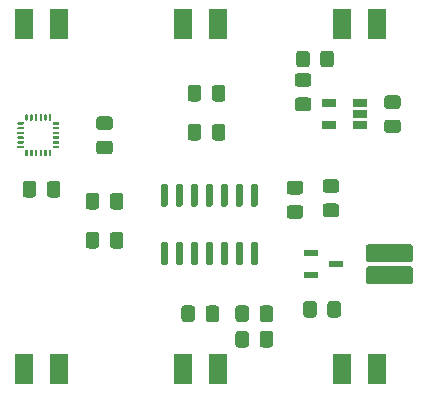
<source format=gbr>
%TF.GenerationSoftware,KiCad,Pcbnew,5.1.6*%
%TF.CreationDate,2020-10-24T08:35:36+02:00*%
%TF.ProjectId,MoCoBiBa_no_charger,4d6f436f-4269-4426-915f-6e6f5f636861,rev?*%
%TF.SameCoordinates,Original*%
%TF.FileFunction,Paste,Top*%
%TF.FilePolarity,Positive*%
%FSLAX46Y46*%
G04 Gerber Fmt 4.6, Leading zero omitted, Abs format (unit mm)*
G04 Created by KiCad (PCBNEW 5.1.6) date 2020-10-24 08:35:36*
%MOMM*%
%LPD*%
G01*
G04 APERTURE LIST*
%ADD10R,1.500000X2.600000*%
%ADD11R,1.300000X0.600000*%
%ADD12R,1.220000X0.650000*%
G04 APERTURE END LIST*
%TO.C,R1*%
G36*
G01*
X53135000Y-60255999D02*
X53135000Y-61156001D01*
G75*
G02*
X52885001Y-61406000I-249999J0D01*
G01*
X52234999Y-61406000D01*
G75*
G02*
X51985000Y-61156001I0J249999D01*
G01*
X51985000Y-60255999D01*
G75*
G02*
X52234999Y-60006000I249999J0D01*
G01*
X52885001Y-60006000D01*
G75*
G02*
X53135000Y-60255999I0J-249999D01*
G01*
G37*
G36*
G01*
X55185000Y-60255999D02*
X55185000Y-61156001D01*
G75*
G02*
X54935001Y-61406000I-249999J0D01*
G01*
X54284999Y-61406000D01*
G75*
G02*
X54035000Y-61156001I0J249999D01*
G01*
X54035000Y-60255999D01*
G75*
G02*
X54284999Y-60006000I249999J0D01*
G01*
X54935001Y-60006000D01*
G75*
G02*
X55185000Y-60255999I0J-249999D01*
G01*
G37*
%TD*%
%TO.C,C1*%
G36*
G01*
X56572999Y-49354000D02*
X57473001Y-49354000D01*
G75*
G02*
X57723000Y-49603999I0J-249999D01*
G01*
X57723000Y-50254001D01*
G75*
G02*
X57473001Y-50504000I-249999J0D01*
G01*
X56572999Y-50504000D01*
G75*
G02*
X56323000Y-50254001I0J249999D01*
G01*
X56323000Y-49603999D01*
G75*
G02*
X56572999Y-49354000I249999J0D01*
G01*
G37*
G36*
G01*
X56572999Y-47304000D02*
X57473001Y-47304000D01*
G75*
G02*
X57723000Y-47553999I0J-249999D01*
G01*
X57723000Y-48204001D01*
G75*
G02*
X57473001Y-48454000I-249999J0D01*
G01*
X56572999Y-48454000D01*
G75*
G02*
X56323000Y-48204001I0J249999D01*
G01*
X56323000Y-47553999D01*
G75*
G02*
X56572999Y-47304000I249999J0D01*
G01*
G37*
%TD*%
%TO.C,C5*%
G36*
G01*
X59165800Y-37432401D02*
X59165800Y-36532399D01*
G75*
G02*
X59415799Y-36282400I249999J0D01*
G01*
X60065801Y-36282400D01*
G75*
G02*
X60315800Y-36532399I0J-249999D01*
G01*
X60315800Y-37432401D01*
G75*
G02*
X60065801Y-37682400I-249999J0D01*
G01*
X59415799Y-37682400D01*
G75*
G02*
X59165800Y-37432401I0J249999D01*
G01*
G37*
G36*
G01*
X57115800Y-37432401D02*
X57115800Y-36532399D01*
G75*
G02*
X57365799Y-36282400I249999J0D01*
G01*
X58015801Y-36282400D01*
G75*
G02*
X58265800Y-36532399I0J-249999D01*
G01*
X58265800Y-37432401D01*
G75*
G02*
X58015801Y-37682400I-249999J0D01*
G01*
X57365799Y-37682400D01*
G75*
G02*
X57115800Y-37432401I0J249999D01*
G01*
G37*
%TD*%
%TO.C,C3*%
G36*
G01*
X36019000Y-48456001D02*
X36019000Y-47555999D01*
G75*
G02*
X36268999Y-47306000I249999J0D01*
G01*
X36919001Y-47306000D01*
G75*
G02*
X37169000Y-47555999I0J-249999D01*
G01*
X37169000Y-48456001D01*
G75*
G02*
X36919001Y-48706000I-249999J0D01*
G01*
X36268999Y-48706000D01*
G75*
G02*
X36019000Y-48456001I0J249999D01*
G01*
G37*
G36*
G01*
X33969000Y-48456001D02*
X33969000Y-47555999D01*
G75*
G02*
X34218999Y-47306000I249999J0D01*
G01*
X34869001Y-47306000D01*
G75*
G02*
X35119000Y-47555999I0J-249999D01*
G01*
X35119000Y-48456001D01*
G75*
G02*
X34869001Y-48706000I-249999J0D01*
G01*
X34218999Y-48706000D01*
G75*
G02*
X33969000Y-48456001I0J249999D01*
G01*
G37*
%TD*%
%TO.C,R12*%
G36*
G01*
X49089000Y-42729999D02*
X49089000Y-43630001D01*
G75*
G02*
X48839001Y-43880000I-249999J0D01*
G01*
X48188999Y-43880000D01*
G75*
G02*
X47939000Y-43630001I0J249999D01*
G01*
X47939000Y-42729999D01*
G75*
G02*
X48188999Y-42480000I249999J0D01*
G01*
X48839001Y-42480000D01*
G75*
G02*
X49089000Y-42729999I0J-249999D01*
G01*
G37*
G36*
G01*
X51139000Y-42729999D02*
X51139000Y-43630001D01*
G75*
G02*
X50889001Y-43880000I-249999J0D01*
G01*
X50238999Y-43880000D01*
G75*
G02*
X49989000Y-43630001I0J249999D01*
G01*
X49989000Y-42729999D01*
G75*
G02*
X50238999Y-42480000I249999J0D01*
G01*
X50889001Y-42480000D01*
G75*
G02*
X51139000Y-42729999I0J-249999D01*
G01*
G37*
%TD*%
%TO.C,R11*%
G36*
G01*
X49089000Y-39427999D02*
X49089000Y-40328001D01*
G75*
G02*
X48839001Y-40578000I-249999J0D01*
G01*
X48188999Y-40578000D01*
G75*
G02*
X47939000Y-40328001I0J249999D01*
G01*
X47939000Y-39427999D01*
G75*
G02*
X48188999Y-39178000I249999J0D01*
G01*
X48839001Y-39178000D01*
G75*
G02*
X49089000Y-39427999I0J-249999D01*
G01*
G37*
G36*
G01*
X51139000Y-39427999D02*
X51139000Y-40328001D01*
G75*
G02*
X50889001Y-40578000I-249999J0D01*
G01*
X50238999Y-40578000D01*
G75*
G02*
X49989000Y-40328001I0J249999D01*
G01*
X49989000Y-39427999D01*
G75*
G02*
X50238999Y-39178000I249999J0D01*
G01*
X50889001Y-39178000D01*
G75*
G02*
X51139000Y-39427999I0J-249999D01*
G01*
G37*
%TD*%
D10*
%TO.C,D6*%
X61008000Y-63246000D03*
X64008000Y-63246000D03*
%TD*%
%TO.C,D5*%
X47522000Y-63246000D03*
X50522000Y-63246000D03*
%TD*%
%TO.C,D1*%
X34084000Y-34036000D03*
X37084000Y-34036000D03*
%TD*%
%TO.C,C4*%
G36*
G01*
X41353000Y-49472001D02*
X41353000Y-48571999D01*
G75*
G02*
X41602999Y-48322000I249999J0D01*
G01*
X42253001Y-48322000D01*
G75*
G02*
X42503000Y-48571999I0J-249999D01*
G01*
X42503000Y-49472001D01*
G75*
G02*
X42253001Y-49722000I-249999J0D01*
G01*
X41602999Y-49722000D01*
G75*
G02*
X41353000Y-49472001I0J249999D01*
G01*
G37*
G36*
G01*
X39303000Y-49472001D02*
X39303000Y-48571999D01*
G75*
G02*
X39552999Y-48322000I249999J0D01*
G01*
X40203001Y-48322000D01*
G75*
G02*
X40453000Y-48571999I0J-249999D01*
G01*
X40453000Y-49472001D01*
G75*
G02*
X40203001Y-49722000I-249999J0D01*
G01*
X39552999Y-49722000D01*
G75*
G02*
X39303000Y-49472001I0J249999D01*
G01*
G37*
%TD*%
%TO.C,C6*%
G36*
G01*
X40443999Y-41843000D02*
X41344001Y-41843000D01*
G75*
G02*
X41594000Y-42092999I0J-249999D01*
G01*
X41594000Y-42743001D01*
G75*
G02*
X41344001Y-42993000I-249999J0D01*
G01*
X40443999Y-42993000D01*
G75*
G02*
X40194000Y-42743001I0J249999D01*
G01*
X40194000Y-42092999D01*
G75*
G02*
X40443999Y-41843000I249999J0D01*
G01*
G37*
G36*
G01*
X40443999Y-43893000D02*
X41344001Y-43893000D01*
G75*
G02*
X41594000Y-44142999I0J-249999D01*
G01*
X41594000Y-44793001D01*
G75*
G02*
X41344001Y-45043000I-249999J0D01*
G01*
X40443999Y-45043000D01*
G75*
G02*
X40194000Y-44793001I0J249999D01*
G01*
X40194000Y-44142999D01*
G75*
G02*
X40443999Y-43893000I249999J0D01*
G01*
G37*
%TD*%
%TO.C,D2*%
X50546000Y-34036000D03*
X47546000Y-34036000D03*
%TD*%
%TO.C,D3*%
X61008000Y-34036000D03*
X64008000Y-34036000D03*
%TD*%
%TO.C,D4*%
X37084000Y-63246000D03*
X34084000Y-63246000D03*
%TD*%
%TO.C,L1*%
G36*
G01*
X58158801Y-41385400D02*
X57258799Y-41385400D01*
G75*
G02*
X57008800Y-41135401I0J249999D01*
G01*
X57008800Y-40485399D01*
G75*
G02*
X57258799Y-40235400I249999J0D01*
G01*
X58158801Y-40235400D01*
G75*
G02*
X58408800Y-40485399I0J-249999D01*
G01*
X58408800Y-41135401D01*
G75*
G02*
X58158801Y-41385400I-249999J0D01*
G01*
G37*
G36*
G01*
X58158801Y-39335400D02*
X57258799Y-39335400D01*
G75*
G02*
X57008800Y-39085401I0J249999D01*
G01*
X57008800Y-38435399D01*
G75*
G02*
X57258799Y-38185400I249999J0D01*
G01*
X58158801Y-38185400D01*
G75*
G02*
X58408800Y-38435399I0J-249999D01*
G01*
X58408800Y-39085401D01*
G75*
G02*
X58158801Y-39335400I-249999J0D01*
G01*
G37*
%TD*%
D11*
%TO.C,Q1*%
X60486000Y-54356000D03*
X58386000Y-55306000D03*
X58386000Y-53406000D03*
%TD*%
%TO.C,R4*%
G36*
G01*
X55185000Y-58096999D02*
X55185000Y-58997001D01*
G75*
G02*
X54935001Y-59247000I-249999J0D01*
G01*
X54284999Y-59247000D01*
G75*
G02*
X54035000Y-58997001I0J249999D01*
G01*
X54035000Y-58096999D01*
G75*
G02*
X54284999Y-57847000I249999J0D01*
G01*
X54935001Y-57847000D01*
G75*
G02*
X55185000Y-58096999I0J-249999D01*
G01*
G37*
G36*
G01*
X53135000Y-58096999D02*
X53135000Y-58997001D01*
G75*
G02*
X52885001Y-59247000I-249999J0D01*
G01*
X52234999Y-59247000D01*
G75*
G02*
X51985000Y-58997001I0J249999D01*
G01*
X51985000Y-58096999D01*
G75*
G02*
X52234999Y-57847000I249999J0D01*
G01*
X52885001Y-57847000D01*
G75*
G02*
X53135000Y-58096999I0J-249999D01*
G01*
G37*
%TD*%
%TO.C,R5*%
G36*
G01*
X50613000Y-58096999D02*
X50613000Y-58997001D01*
G75*
G02*
X50363001Y-59247000I-249999J0D01*
G01*
X49712999Y-59247000D01*
G75*
G02*
X49463000Y-58997001I0J249999D01*
G01*
X49463000Y-58096999D01*
G75*
G02*
X49712999Y-57847000I249999J0D01*
G01*
X50363001Y-57847000D01*
G75*
G02*
X50613000Y-58096999I0J-249999D01*
G01*
G37*
G36*
G01*
X48563000Y-58096999D02*
X48563000Y-58997001D01*
G75*
G02*
X48313001Y-59247000I-249999J0D01*
G01*
X47662999Y-59247000D01*
G75*
G02*
X47413000Y-58997001I0J249999D01*
G01*
X47413000Y-58096999D01*
G75*
G02*
X47662999Y-57847000I249999J0D01*
G01*
X48313001Y-57847000D01*
G75*
G02*
X48563000Y-58096999I0J-249999D01*
G01*
G37*
%TD*%
%TO.C,R7*%
G36*
G01*
X59620999Y-47159000D02*
X60521001Y-47159000D01*
G75*
G02*
X60771000Y-47408999I0J-249999D01*
G01*
X60771000Y-48059001D01*
G75*
G02*
X60521001Y-48309000I-249999J0D01*
G01*
X59620999Y-48309000D01*
G75*
G02*
X59371000Y-48059001I0J249999D01*
G01*
X59371000Y-47408999D01*
G75*
G02*
X59620999Y-47159000I249999J0D01*
G01*
G37*
G36*
G01*
X59620999Y-49209000D02*
X60521001Y-49209000D01*
G75*
G02*
X60771000Y-49458999I0J-249999D01*
G01*
X60771000Y-50109001D01*
G75*
G02*
X60521001Y-50359000I-249999J0D01*
G01*
X59620999Y-50359000D01*
G75*
G02*
X59371000Y-50109001I0J249999D01*
G01*
X59371000Y-49458999D01*
G75*
G02*
X59620999Y-49209000I249999J0D01*
G01*
G37*
%TD*%
%TO.C,R8*%
G36*
G01*
X59768000Y-58616001D02*
X59768000Y-57715999D01*
G75*
G02*
X60017999Y-57466000I249999J0D01*
G01*
X60668001Y-57466000D01*
G75*
G02*
X60918000Y-57715999I0J-249999D01*
G01*
X60918000Y-58616001D01*
G75*
G02*
X60668001Y-58866000I-249999J0D01*
G01*
X60017999Y-58866000D01*
G75*
G02*
X59768000Y-58616001I0J249999D01*
G01*
G37*
G36*
G01*
X57718000Y-58616001D02*
X57718000Y-57715999D01*
G75*
G02*
X57967999Y-57466000I249999J0D01*
G01*
X58618001Y-57466000D01*
G75*
G02*
X58868000Y-57715999I0J-249999D01*
G01*
X58868000Y-58616001D01*
G75*
G02*
X58618001Y-58866000I-249999J0D01*
G01*
X57967999Y-58866000D01*
G75*
G02*
X57718000Y-58616001I0J249999D01*
G01*
G37*
%TD*%
%TO.C,R9*%
G36*
G01*
X66774001Y-56056000D02*
X63273999Y-56056000D01*
G75*
G02*
X63024000Y-55806001I0J249999D01*
G01*
X63024000Y-54780999D01*
G75*
G02*
X63273999Y-54531000I249999J0D01*
G01*
X66774001Y-54531000D01*
G75*
G02*
X67024000Y-54780999I0J-249999D01*
G01*
X67024000Y-55806001D01*
G75*
G02*
X66774001Y-56056000I-249999J0D01*
G01*
G37*
G36*
G01*
X66774001Y-54181000D02*
X63273999Y-54181000D01*
G75*
G02*
X63024000Y-53931001I0J249999D01*
G01*
X63024000Y-52905999D01*
G75*
G02*
X63273999Y-52656000I249999J0D01*
G01*
X66774001Y-52656000D01*
G75*
G02*
X67024000Y-52905999I0J-249999D01*
G01*
X67024000Y-53931001D01*
G75*
G02*
X66774001Y-54181000I-249999J0D01*
G01*
G37*
%TD*%
%TO.C,R10*%
G36*
G01*
X64827999Y-42106000D02*
X65728001Y-42106000D01*
G75*
G02*
X65978000Y-42355999I0J-249999D01*
G01*
X65978000Y-43006001D01*
G75*
G02*
X65728001Y-43256000I-249999J0D01*
G01*
X64827999Y-43256000D01*
G75*
G02*
X64578000Y-43006001I0J249999D01*
G01*
X64578000Y-42355999D01*
G75*
G02*
X64827999Y-42106000I249999J0D01*
G01*
G37*
G36*
G01*
X64827999Y-40056000D02*
X65728001Y-40056000D01*
G75*
G02*
X65978000Y-40305999I0J-249999D01*
G01*
X65978000Y-40956001D01*
G75*
G02*
X65728001Y-41206000I-249999J0D01*
G01*
X64827999Y-41206000D01*
G75*
G02*
X64578000Y-40956001I0J249999D01*
G01*
X64578000Y-40305999D01*
G75*
G02*
X64827999Y-40056000I249999J0D01*
G01*
G37*
%TD*%
%TO.C,R13*%
G36*
G01*
X41353000Y-52774001D02*
X41353000Y-51873999D01*
G75*
G02*
X41602999Y-51624000I249999J0D01*
G01*
X42253001Y-51624000D01*
G75*
G02*
X42503000Y-51873999I0J-249999D01*
G01*
X42503000Y-52774001D01*
G75*
G02*
X42253001Y-53024000I-249999J0D01*
G01*
X41602999Y-53024000D01*
G75*
G02*
X41353000Y-52774001I0J249999D01*
G01*
G37*
G36*
G01*
X39303000Y-52774001D02*
X39303000Y-51873999D01*
G75*
G02*
X39552999Y-51624000I249999J0D01*
G01*
X40203001Y-51624000D01*
G75*
G02*
X40453000Y-51873999I0J-249999D01*
G01*
X40453000Y-52774001D01*
G75*
G02*
X40203001Y-53024000I-249999J0D01*
G01*
X39552999Y-53024000D01*
G75*
G02*
X39303000Y-52774001I0J249999D01*
G01*
G37*
%TD*%
%TO.C,U2*%
G36*
G01*
X53444000Y-47539000D02*
X53744000Y-47539000D01*
G75*
G02*
X53894000Y-47689000I0J-150000D01*
G01*
X53894000Y-49339000D01*
G75*
G02*
X53744000Y-49489000I-150000J0D01*
G01*
X53444000Y-49489000D01*
G75*
G02*
X53294000Y-49339000I0J150000D01*
G01*
X53294000Y-47689000D01*
G75*
G02*
X53444000Y-47539000I150000J0D01*
G01*
G37*
G36*
G01*
X52174000Y-47539000D02*
X52474000Y-47539000D01*
G75*
G02*
X52624000Y-47689000I0J-150000D01*
G01*
X52624000Y-49339000D01*
G75*
G02*
X52474000Y-49489000I-150000J0D01*
G01*
X52174000Y-49489000D01*
G75*
G02*
X52024000Y-49339000I0J150000D01*
G01*
X52024000Y-47689000D01*
G75*
G02*
X52174000Y-47539000I150000J0D01*
G01*
G37*
G36*
G01*
X50904000Y-47539000D02*
X51204000Y-47539000D01*
G75*
G02*
X51354000Y-47689000I0J-150000D01*
G01*
X51354000Y-49339000D01*
G75*
G02*
X51204000Y-49489000I-150000J0D01*
G01*
X50904000Y-49489000D01*
G75*
G02*
X50754000Y-49339000I0J150000D01*
G01*
X50754000Y-47689000D01*
G75*
G02*
X50904000Y-47539000I150000J0D01*
G01*
G37*
G36*
G01*
X49634000Y-47539000D02*
X49934000Y-47539000D01*
G75*
G02*
X50084000Y-47689000I0J-150000D01*
G01*
X50084000Y-49339000D01*
G75*
G02*
X49934000Y-49489000I-150000J0D01*
G01*
X49634000Y-49489000D01*
G75*
G02*
X49484000Y-49339000I0J150000D01*
G01*
X49484000Y-47689000D01*
G75*
G02*
X49634000Y-47539000I150000J0D01*
G01*
G37*
G36*
G01*
X48364000Y-47539000D02*
X48664000Y-47539000D01*
G75*
G02*
X48814000Y-47689000I0J-150000D01*
G01*
X48814000Y-49339000D01*
G75*
G02*
X48664000Y-49489000I-150000J0D01*
G01*
X48364000Y-49489000D01*
G75*
G02*
X48214000Y-49339000I0J150000D01*
G01*
X48214000Y-47689000D01*
G75*
G02*
X48364000Y-47539000I150000J0D01*
G01*
G37*
G36*
G01*
X47094000Y-47539000D02*
X47394000Y-47539000D01*
G75*
G02*
X47544000Y-47689000I0J-150000D01*
G01*
X47544000Y-49339000D01*
G75*
G02*
X47394000Y-49489000I-150000J0D01*
G01*
X47094000Y-49489000D01*
G75*
G02*
X46944000Y-49339000I0J150000D01*
G01*
X46944000Y-47689000D01*
G75*
G02*
X47094000Y-47539000I150000J0D01*
G01*
G37*
G36*
G01*
X45824000Y-47539000D02*
X46124000Y-47539000D01*
G75*
G02*
X46274000Y-47689000I0J-150000D01*
G01*
X46274000Y-49339000D01*
G75*
G02*
X46124000Y-49489000I-150000J0D01*
G01*
X45824000Y-49489000D01*
G75*
G02*
X45674000Y-49339000I0J150000D01*
G01*
X45674000Y-47689000D01*
G75*
G02*
X45824000Y-47539000I150000J0D01*
G01*
G37*
G36*
G01*
X45824000Y-52489000D02*
X46124000Y-52489000D01*
G75*
G02*
X46274000Y-52639000I0J-150000D01*
G01*
X46274000Y-54289000D01*
G75*
G02*
X46124000Y-54439000I-150000J0D01*
G01*
X45824000Y-54439000D01*
G75*
G02*
X45674000Y-54289000I0J150000D01*
G01*
X45674000Y-52639000D01*
G75*
G02*
X45824000Y-52489000I150000J0D01*
G01*
G37*
G36*
G01*
X47094000Y-52489000D02*
X47394000Y-52489000D01*
G75*
G02*
X47544000Y-52639000I0J-150000D01*
G01*
X47544000Y-54289000D01*
G75*
G02*
X47394000Y-54439000I-150000J0D01*
G01*
X47094000Y-54439000D01*
G75*
G02*
X46944000Y-54289000I0J150000D01*
G01*
X46944000Y-52639000D01*
G75*
G02*
X47094000Y-52489000I150000J0D01*
G01*
G37*
G36*
G01*
X48364000Y-52489000D02*
X48664000Y-52489000D01*
G75*
G02*
X48814000Y-52639000I0J-150000D01*
G01*
X48814000Y-54289000D01*
G75*
G02*
X48664000Y-54439000I-150000J0D01*
G01*
X48364000Y-54439000D01*
G75*
G02*
X48214000Y-54289000I0J150000D01*
G01*
X48214000Y-52639000D01*
G75*
G02*
X48364000Y-52489000I150000J0D01*
G01*
G37*
G36*
G01*
X49634000Y-52489000D02*
X49934000Y-52489000D01*
G75*
G02*
X50084000Y-52639000I0J-150000D01*
G01*
X50084000Y-54289000D01*
G75*
G02*
X49934000Y-54439000I-150000J0D01*
G01*
X49634000Y-54439000D01*
G75*
G02*
X49484000Y-54289000I0J150000D01*
G01*
X49484000Y-52639000D01*
G75*
G02*
X49634000Y-52489000I150000J0D01*
G01*
G37*
G36*
G01*
X50904000Y-52489000D02*
X51204000Y-52489000D01*
G75*
G02*
X51354000Y-52639000I0J-150000D01*
G01*
X51354000Y-54289000D01*
G75*
G02*
X51204000Y-54439000I-150000J0D01*
G01*
X50904000Y-54439000D01*
G75*
G02*
X50754000Y-54289000I0J150000D01*
G01*
X50754000Y-52639000D01*
G75*
G02*
X50904000Y-52489000I150000J0D01*
G01*
G37*
G36*
G01*
X52174000Y-52489000D02*
X52474000Y-52489000D01*
G75*
G02*
X52624000Y-52639000I0J-150000D01*
G01*
X52624000Y-54289000D01*
G75*
G02*
X52474000Y-54439000I-150000J0D01*
G01*
X52174000Y-54439000D01*
G75*
G02*
X52024000Y-54289000I0J150000D01*
G01*
X52024000Y-52639000D01*
G75*
G02*
X52174000Y-52489000I150000J0D01*
G01*
G37*
G36*
G01*
X53444000Y-52489000D02*
X53744000Y-52489000D01*
G75*
G02*
X53894000Y-52639000I0J-150000D01*
G01*
X53894000Y-54289000D01*
G75*
G02*
X53744000Y-54439000I-150000J0D01*
G01*
X53444000Y-54439000D01*
G75*
G02*
X53294000Y-54289000I0J150000D01*
G01*
X53294000Y-52639000D01*
G75*
G02*
X53444000Y-52489000I150000J0D01*
G01*
G37*
%TD*%
D12*
%TO.C,U4*%
X62524000Y-42606000D03*
X62524000Y-41656000D03*
X62524000Y-40706000D03*
X59904000Y-40706000D03*
X59904000Y-42606000D03*
%TD*%
%TO.C,U5*%
G36*
G01*
X33531000Y-42484000D02*
X33531000Y-42384000D01*
G75*
G02*
X33581000Y-42334000I50000J0D01*
G01*
X34031000Y-42334000D01*
G75*
G02*
X34081000Y-42384000I0J-50000D01*
G01*
X34081000Y-42484000D01*
G75*
G02*
X34031000Y-42534000I-50000J0D01*
G01*
X33581000Y-42534000D01*
G75*
G02*
X33531000Y-42484000I0J50000D01*
G01*
G37*
G36*
G01*
X33531000Y-42884000D02*
X33531000Y-42784000D01*
G75*
G02*
X33581000Y-42734000I50000J0D01*
G01*
X34031000Y-42734000D01*
G75*
G02*
X34081000Y-42784000I0J-50000D01*
G01*
X34081000Y-42884000D01*
G75*
G02*
X34031000Y-42934000I-50000J0D01*
G01*
X33581000Y-42934000D01*
G75*
G02*
X33531000Y-42884000I0J50000D01*
G01*
G37*
G36*
G01*
X33531000Y-43284000D02*
X33531000Y-43184000D01*
G75*
G02*
X33581000Y-43134000I50000J0D01*
G01*
X34031000Y-43134000D01*
G75*
G02*
X34081000Y-43184000I0J-50000D01*
G01*
X34081000Y-43284000D01*
G75*
G02*
X34031000Y-43334000I-50000J0D01*
G01*
X33581000Y-43334000D01*
G75*
G02*
X33531000Y-43284000I0J50000D01*
G01*
G37*
G36*
G01*
X33531000Y-43684000D02*
X33531000Y-43584000D01*
G75*
G02*
X33581000Y-43534000I50000J0D01*
G01*
X34031000Y-43534000D01*
G75*
G02*
X34081000Y-43584000I0J-50000D01*
G01*
X34081000Y-43684000D01*
G75*
G02*
X34031000Y-43734000I-50000J0D01*
G01*
X33581000Y-43734000D01*
G75*
G02*
X33531000Y-43684000I0J50000D01*
G01*
G37*
G36*
G01*
X33531000Y-44084000D02*
X33531000Y-43984000D01*
G75*
G02*
X33581000Y-43934000I50000J0D01*
G01*
X34031000Y-43934000D01*
G75*
G02*
X34081000Y-43984000I0J-50000D01*
G01*
X34081000Y-44084000D01*
G75*
G02*
X34031000Y-44134000I-50000J0D01*
G01*
X33581000Y-44134000D01*
G75*
G02*
X33531000Y-44084000I0J50000D01*
G01*
G37*
G36*
G01*
X33531000Y-44484000D02*
X33531000Y-44384000D01*
G75*
G02*
X33581000Y-44334000I50000J0D01*
G01*
X34031000Y-44334000D01*
G75*
G02*
X34081000Y-44384000I0J-50000D01*
G01*
X34081000Y-44484000D01*
G75*
G02*
X34031000Y-44534000I-50000J0D01*
G01*
X33581000Y-44534000D01*
G75*
G02*
X33531000Y-44484000I0J50000D01*
G01*
G37*
G36*
G01*
X34356000Y-45209000D02*
X34256000Y-45209000D01*
G75*
G02*
X34206000Y-45159000I0J50000D01*
G01*
X34206000Y-44709000D01*
G75*
G02*
X34256000Y-44659000I50000J0D01*
G01*
X34356000Y-44659000D01*
G75*
G02*
X34406000Y-44709000I0J-50000D01*
G01*
X34406000Y-45159000D01*
G75*
G02*
X34356000Y-45209000I-50000J0D01*
G01*
G37*
G36*
G01*
X34756000Y-45209000D02*
X34656000Y-45209000D01*
G75*
G02*
X34606000Y-45159000I0J50000D01*
G01*
X34606000Y-44709000D01*
G75*
G02*
X34656000Y-44659000I50000J0D01*
G01*
X34756000Y-44659000D01*
G75*
G02*
X34806000Y-44709000I0J-50000D01*
G01*
X34806000Y-45159000D01*
G75*
G02*
X34756000Y-45209000I-50000J0D01*
G01*
G37*
G36*
G01*
X35156000Y-45209000D02*
X35056000Y-45209000D01*
G75*
G02*
X35006000Y-45159000I0J50000D01*
G01*
X35006000Y-44709000D01*
G75*
G02*
X35056000Y-44659000I50000J0D01*
G01*
X35156000Y-44659000D01*
G75*
G02*
X35206000Y-44709000I0J-50000D01*
G01*
X35206000Y-45159000D01*
G75*
G02*
X35156000Y-45209000I-50000J0D01*
G01*
G37*
G36*
G01*
X35556000Y-45209000D02*
X35456000Y-45209000D01*
G75*
G02*
X35406000Y-45159000I0J50000D01*
G01*
X35406000Y-44709000D01*
G75*
G02*
X35456000Y-44659000I50000J0D01*
G01*
X35556000Y-44659000D01*
G75*
G02*
X35606000Y-44709000I0J-50000D01*
G01*
X35606000Y-45159000D01*
G75*
G02*
X35556000Y-45209000I-50000J0D01*
G01*
G37*
G36*
G01*
X35956000Y-45209000D02*
X35856000Y-45209000D01*
G75*
G02*
X35806000Y-45159000I0J50000D01*
G01*
X35806000Y-44709000D01*
G75*
G02*
X35856000Y-44659000I50000J0D01*
G01*
X35956000Y-44659000D01*
G75*
G02*
X36006000Y-44709000I0J-50000D01*
G01*
X36006000Y-45159000D01*
G75*
G02*
X35956000Y-45209000I-50000J0D01*
G01*
G37*
G36*
G01*
X36356000Y-45209000D02*
X36256000Y-45209000D01*
G75*
G02*
X36206000Y-45159000I0J50000D01*
G01*
X36206000Y-44709000D01*
G75*
G02*
X36256000Y-44659000I50000J0D01*
G01*
X36356000Y-44659000D01*
G75*
G02*
X36406000Y-44709000I0J-50000D01*
G01*
X36406000Y-45159000D01*
G75*
G02*
X36356000Y-45209000I-50000J0D01*
G01*
G37*
G36*
G01*
X36531000Y-44484000D02*
X36531000Y-44384000D01*
G75*
G02*
X36581000Y-44334000I50000J0D01*
G01*
X37031000Y-44334000D01*
G75*
G02*
X37081000Y-44384000I0J-50000D01*
G01*
X37081000Y-44484000D01*
G75*
G02*
X37031000Y-44534000I-50000J0D01*
G01*
X36581000Y-44534000D01*
G75*
G02*
X36531000Y-44484000I0J50000D01*
G01*
G37*
G36*
G01*
X36531000Y-44084000D02*
X36531000Y-43984000D01*
G75*
G02*
X36581000Y-43934000I50000J0D01*
G01*
X37031000Y-43934000D01*
G75*
G02*
X37081000Y-43984000I0J-50000D01*
G01*
X37081000Y-44084000D01*
G75*
G02*
X37031000Y-44134000I-50000J0D01*
G01*
X36581000Y-44134000D01*
G75*
G02*
X36531000Y-44084000I0J50000D01*
G01*
G37*
G36*
G01*
X36531000Y-43684000D02*
X36531000Y-43584000D01*
G75*
G02*
X36581000Y-43534000I50000J0D01*
G01*
X37031000Y-43534000D01*
G75*
G02*
X37081000Y-43584000I0J-50000D01*
G01*
X37081000Y-43684000D01*
G75*
G02*
X37031000Y-43734000I-50000J0D01*
G01*
X36581000Y-43734000D01*
G75*
G02*
X36531000Y-43684000I0J50000D01*
G01*
G37*
G36*
G01*
X36531000Y-43284000D02*
X36531000Y-43184000D01*
G75*
G02*
X36581000Y-43134000I50000J0D01*
G01*
X37031000Y-43134000D01*
G75*
G02*
X37081000Y-43184000I0J-50000D01*
G01*
X37081000Y-43284000D01*
G75*
G02*
X37031000Y-43334000I-50000J0D01*
G01*
X36581000Y-43334000D01*
G75*
G02*
X36531000Y-43284000I0J50000D01*
G01*
G37*
G36*
G01*
X36531000Y-42884000D02*
X36531000Y-42784000D01*
G75*
G02*
X36581000Y-42734000I50000J0D01*
G01*
X37031000Y-42734000D01*
G75*
G02*
X37081000Y-42784000I0J-50000D01*
G01*
X37081000Y-42884000D01*
G75*
G02*
X37031000Y-42934000I-50000J0D01*
G01*
X36581000Y-42934000D01*
G75*
G02*
X36531000Y-42884000I0J50000D01*
G01*
G37*
G36*
G01*
X36531000Y-42484000D02*
X36531000Y-42384000D01*
G75*
G02*
X36581000Y-42334000I50000J0D01*
G01*
X37031000Y-42334000D01*
G75*
G02*
X37081000Y-42384000I0J-50000D01*
G01*
X37081000Y-42484000D01*
G75*
G02*
X37031000Y-42534000I-50000J0D01*
G01*
X36581000Y-42534000D01*
G75*
G02*
X36531000Y-42484000I0J50000D01*
G01*
G37*
G36*
G01*
X36356000Y-42209000D02*
X36256000Y-42209000D01*
G75*
G02*
X36206000Y-42159000I0J50000D01*
G01*
X36206000Y-41709000D01*
G75*
G02*
X36256000Y-41659000I50000J0D01*
G01*
X36356000Y-41659000D01*
G75*
G02*
X36406000Y-41709000I0J-50000D01*
G01*
X36406000Y-42159000D01*
G75*
G02*
X36356000Y-42209000I-50000J0D01*
G01*
G37*
G36*
G01*
X35956000Y-42209000D02*
X35856000Y-42209000D01*
G75*
G02*
X35806000Y-42159000I0J50000D01*
G01*
X35806000Y-41709000D01*
G75*
G02*
X35856000Y-41659000I50000J0D01*
G01*
X35956000Y-41659000D01*
G75*
G02*
X36006000Y-41709000I0J-50000D01*
G01*
X36006000Y-42159000D01*
G75*
G02*
X35956000Y-42209000I-50000J0D01*
G01*
G37*
G36*
G01*
X35556000Y-42209000D02*
X35456000Y-42209000D01*
G75*
G02*
X35406000Y-42159000I0J50000D01*
G01*
X35406000Y-41709000D01*
G75*
G02*
X35456000Y-41659000I50000J0D01*
G01*
X35556000Y-41659000D01*
G75*
G02*
X35606000Y-41709000I0J-50000D01*
G01*
X35606000Y-42159000D01*
G75*
G02*
X35556000Y-42209000I-50000J0D01*
G01*
G37*
G36*
G01*
X35156000Y-42209000D02*
X35056000Y-42209000D01*
G75*
G02*
X35006000Y-42159000I0J50000D01*
G01*
X35006000Y-41709000D01*
G75*
G02*
X35056000Y-41659000I50000J0D01*
G01*
X35156000Y-41659000D01*
G75*
G02*
X35206000Y-41709000I0J-50000D01*
G01*
X35206000Y-42159000D01*
G75*
G02*
X35156000Y-42209000I-50000J0D01*
G01*
G37*
G36*
G01*
X34756000Y-42209000D02*
X34656000Y-42209000D01*
G75*
G02*
X34606000Y-42159000I0J50000D01*
G01*
X34606000Y-41709000D01*
G75*
G02*
X34656000Y-41659000I50000J0D01*
G01*
X34756000Y-41659000D01*
G75*
G02*
X34806000Y-41709000I0J-50000D01*
G01*
X34806000Y-42159000D01*
G75*
G02*
X34756000Y-42209000I-50000J0D01*
G01*
G37*
G36*
G01*
X34356000Y-42209000D02*
X34256000Y-42209000D01*
G75*
G02*
X34206000Y-42159000I0J50000D01*
G01*
X34206000Y-41709000D01*
G75*
G02*
X34256000Y-41659000I50000J0D01*
G01*
X34356000Y-41659000D01*
G75*
G02*
X34406000Y-41709000I0J-50000D01*
G01*
X34406000Y-42159000D01*
G75*
G02*
X34356000Y-42209000I-50000J0D01*
G01*
G37*
%TD*%
M02*

</source>
